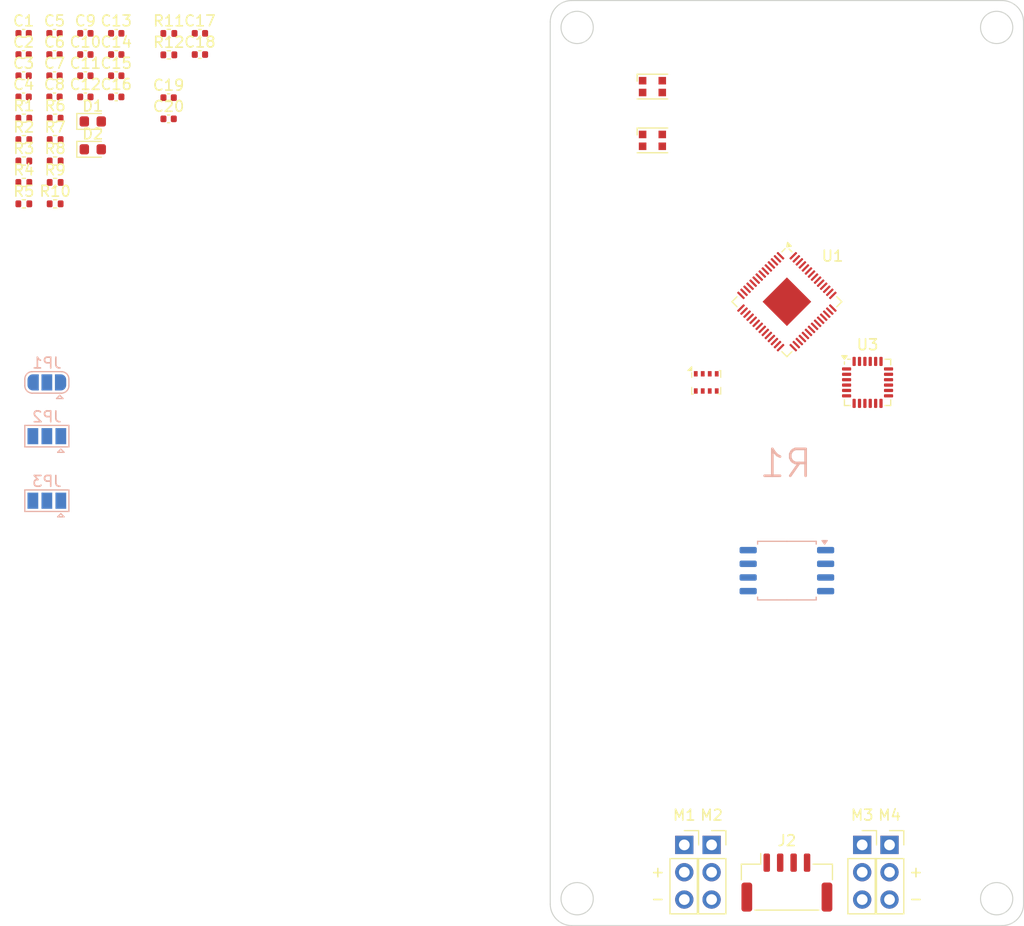
<source format=kicad_pcb>
(kicad_pcb (version 20240108) (generator "pcbnew") (generator_version "8.0")
  (title_block (title "Osprey Flight Computer"))
  (layers (0 "F.Cu" signal) (31 "B.Cu" signal) (34 "B.Paste" user) (35 "F.Paste" user) (36 "B.SilkS" user "B.Silkscreen") (37 "F.SilkS" user "F.Silkscreen") (38 "B.Mask" user) (39 "F.Mask" user) (44 "Edge.Cuts" user))
  (net 0 "")
  (net 1 "Net-(JP1-B)")
  (net 2 "Net-(JP1-A)")
  (net 3 "+3.3V")
  (net 4 "+7.5V")
  (net 5 "Net-(JP2-C)")
  (net 6 "+5V")
  (net 7 "Net-(JP3-C)")
  (net 8 "GND")
  (net 9 "ServoX")
  (net 10 "ServoY")
  (net 11 "ServoA")
  (net 12 "ServoB")
  (net 15 "Net-(C2-Pad1)")
  (net 17 "Net-(U1-USB_DM)")
  (net 18 "/Main Processing Unit/LED_BUILTIN")
  (net 21 "I2C1_SCL")
  (net 22 "/Main Processing Unit/SDIO_CLK")
  (net 23 "/Main Processing Unit/SDIO_DAT0")
  (net 26 "I2C1_SDA")
  (net 28 "+1.1V")
  (net 29 "/Main Processing Unit/RESET")
  (net 32 "Net-(U1-XOUT)")
  (net 34 "/Main Processing Unit/SDIO_CMD")
  (net 37 "/Main Processing Unit/SDIO_DAT1")
  (net 39 "Net-(U1-XIN)")
  (net 41 "Net-(U3-CPOUT)")
  (net 42 "RGB_A")
  (net 45 "Net-(U1-USB_DP)")
  (net 46 "/Main Processing Unit/SDIO_DAT3")
  (net 50 "AVDD")
  (net 53 "/Main Processing Unit/SDIO_DAT2")
  (net 59 "/Main Processing Unit/QSPI-1")
  (net 60 "/Main Processing Unit/QSPI-3")
  (net 61 "/Main Processing Unit/QSPI-CLK")
  (net 62 "/Main Processing Unit/QSPI-0")
  (net 63 "/Main Processing Unit/QSPI-CS")
  (net 64 "/Main Processing Unit/QSPI-2")
  (net 70 "Net-(U3-REGOUT)")
  (net 71 "Net-(D1-K)")
  (net 72 "Net-(D2-K)")
  (net 73 "/Main Processing Unit/USB_P")
  (net 76 "/Main Processing Unit/USB_N")
  (net 77 "Net-(P1-CC)")
  (net 79 "Net-(P1-VCONN)")
  (net 80 "/Main Processing Unit/BOOT")
  (net 87 "IMU_INT")
  (net 89 "IMU_AD0")
  (net 93 "RGB_B")
  (footprint "Connector_PinSocket_2.54mm:PinSocket_1x03_P2.54mm_Vertical" (layer "F.Cu") (at 159.54 135.5)
    (property "Reference" "M4" (at 0 -2.77 0) (layer "F.SilkS"))
    (property "Value" "Servo B" (hide yes))
    (fp_line (start -1.33 1.27) (end -1.33 6.41) (stroke (width 0.12)) (layer "F.SilkS"))
    (fp_line (start -1.33 1.27) (end 1.33 1.27) (stroke (width 0.12)) (layer "F.SilkS"))
    (fp_line (start -1.33 6.41) (end 1.33 6.41) (stroke (width 0.12)) (layer "F.SilkS"))
    (fp_line (start 0 -1.33) (end 1.33 -1.33) (stroke (width 0.12)) (layer "F.SilkS"))
    (fp_line (start 1.33 -1.33) (end 1.33 0) (stroke (width 0.12)) (layer "F.SilkS"))
    (fp_line (start 1.33 1.27) (end 1.33 6.41) (stroke (width 0.12)) (layer "F.SilkS"))
    (pad "1" thru_hole rect (at 0 0) (size 1.7 1.7) (drill 1) (layers "*.Cu" "*.Mask") (net 12 "ServoB"))
    (pad "2" thru_hole oval (at 0 2.54) (size 1.7 1.7) (drill 1) (layers "*.Cu" "*.Mask") (net 7 "Net-(JP3-C)"))
    (pad "3" thru_hole oval (at 0 5.08) (size 1.7 1.7) (drill 1) (layers "*.Cu" "*.Mask") (net 8 "GND"))
  )
  (footprint "Capacitor_SMD:C_0402_1005Metric" (layer "F.Cu") (at 79.04 62.02)
    (property "Reference" "C2" (at 0 -1.16 0) (layer "F.SilkS"))
    (property "Value" "15pF")
    (fp_line (start -0.107836 -0.36) (end 0.107836 -0.36) (stroke (width 0.12)) (layer "F.SilkS"))
    (fp_line (start -0.107836 0.36) (end 0.107836 0.36) (stroke (width 0.12)) (layer "F.SilkS"))
    (pad "1" smd roundrect (at -0.48 0) (size 0.56 0.62) (layers "F.Cu" "F.Paste" "F.Mask") (net 15 "Net-(C2-Pad1)"))
    (pad "2" smd roundrect (at 0.48 0) (size 0.56 0.62) (layers "F.Cu" "F.Paste" "F.Mask") (net 8 "GND"))
  )
  (footprint "Capacitor_SMD:C_0402_1005Metric" (layer "F.Cu") (at 81.91 62.02)
    (property "Reference" "C6" (at 0 -1.16 0) (layer "F.SilkS"))
    (property "Value" "0.1uF")
    (fp_line (start -0.107836 -0.36) (end 0.107836 -0.36) (stroke (width 0.12)) (layer "F.SilkS"))
    (fp_line (start -0.107836 0.36) (end 0.107836 0.36) (stroke (width 0.12)) (layer "F.SilkS"))
    (pad "1" smd roundrect (at -0.48 0) (size 0.56 0.62) (layers "F.Cu" "F.Paste" "F.Mask") (net 3 "+3.3V"))
    (pad "2" smd roundrect (at 0.48 0) (size 0.56 0.62) (layers "F.Cu" "F.Paste" "F.Mask") (net 8 "GND"))
  )
  (footprint "Package_LGA:Bosch_LGA-8_2x2.5mm_P0.65mm_ClockwisePinNumbering" (layer "F.Cu") (at 142.5 92.5)
    (property "Reference" "U4" (hide yes))
    (property "Value" "BMP280" (hide yes))
    (fp_line (start -1.35 -0.46) (end -1.35 -0.9) (stroke (width 0.1)) (layer "F.SilkS"))
    (fp_line (start -1.35 1.1) (end -1.35 0.46) (stroke (width 0.1)) (layer "F.SilkS"))
    (fp_line (start -1.35 1.1) (end -1.200001 1.1) (stroke (width 0.1)) (layer "F.SilkS"))
    (fp_line (start 1.075 1.075) (end 1.225 1.075) (stroke (width 0.1)) (layer "F.SilkS"))
    (fp_line (start 1.200001 -1.1) (end 1.35 -1.1) (stroke (width 0.1)) (layer "F.SilkS"))
    (fp_line (start 1.35 -0.46) (end 1.35 -1.1) (stroke (width 0.1)) (layer "F.SilkS"))
    (fp_line (start 1.35 1.1) (end 1.35 0.46) (stroke (width 0.1)) (layer "F.SilkS"))
    (fp_poly (pts (xy -1.35 -1.1) (xy -1.71 -1.1) (xy -1.35 -1.46) (xy -1.35 -1.1)) (stroke (width 0.1)) (fill solid) (layer "F.SilkS"))
    (pad "1" smd rect (at -0.975001 -0.8 90) (size 0.5 0.35) (layers "F.Cu" "F.Paste" "F.Mask") (net 8 "GND"))
    (pad "2" smd rect (at -0.325 -0.8 90) (size 0.5 0.35) (layers "F.Cu" "F.Paste" "F.Mask"))
    (pad "3" smd rect (at 0.325 -0.8 90) (size 0.5 0.35) (layers "F.Cu" "F.Paste" "F.Mask") (net 26 "I2C1_SDA"))
    (pad "4" smd rect (at 0.975001 -0.8 90) (size 0.5 0.35) (layers "F.Cu" "F.Paste" "F.Mask") (net 21 "I2C1_SCL"))
    (pad "5" smd rect (at 0.975001 0.8 90) (size 0.5 0.35) (layers "F.Cu" "F.Paste" "F.Mask"))
    (pad "6" smd rect (at 0.325 0.8 90) (size 0.5 0.35) (layers "F.Cu" "F.Paste" "F.Mask") (net 3 "+3.3V"))
    (pad "7" smd rect (at -0.325 0.8 90) (size 0.5 0.35) (layers "F.Cu" "F.Paste" "F.Mask") (net 8 "GND"))
    (pad "8" smd rect (at -0.975001 0.8 90) (size 0.5 0.35) (layers "F.Cu" "F.Paste" "F.Mask") (net 3 "+3.3V"))
  )
  (footprint "Capacitor_SMD:C_0402_1005Metric" (layer "F.Cu") (at 84.78 62.02)
    (property "Reference" "C10" (at 0 -1.16 0) (layer "F.SilkS"))
    (property "Value" "0.1uF")
    (fp_line (start -0.107836 -0.36) (end 0.107836 -0.36) (stroke (width 0.12)) (layer "F.SilkS"))
    (fp_line (start -0.107836 0.36) (end 0.107836 0.36) (stroke (width 0.12)) (layer "F.SilkS"))
    (pad "1" smd roundrect (at -0.48 0) (size 0.56 0.62) (layers "F.Cu" "F.Paste" "F.Mask") (net 3 "+3.3V"))
    (pad "2" smd roundrect (at 0.48 0) (size 0.56 0.62) (layers "F.Cu" "F.Paste" "F.Mask") (net 8 "GND"))
  )
  (footprint "Capacitor_SMD:C_0402_1005Metric" (layer "F.Cu") (at 81.91 65.96)
    (property "Reference" "C8" (at 0 -1.16 0) (layer "F.SilkS"))
    (property "Value" "0.1uF")
    (fp_line (start -0.107836 -0.36) (end 0.107836 -0.36) (stroke (width 0.12)) (layer "F.SilkS"))
    (fp_line (start -0.107836 0.36) (end 0.107836 0.36) (stroke (width 0.12)) (layer "F.SilkS"))
    (pad "1" smd roundrect (at -0.48 0) (size 0.56 0.62) (layers "F.Cu" "F.Paste" "F.Mask") (net 3 "+3.3V"))
    (pad "2" smd roundrect (at 0.48 0) (size 0.56 0.62) (layers "F.Cu" "F.Paste" "F.Mask") (net 8 "GND"))
  )
  (footprint "Resistor_SMD:R_0402_1005Metric" (layer "F.Cu") (at 92.54 62.05)
    (property "Reference" "R12" (at 0 -1.17 0) (layer "F.SilkS"))
    (property "Value" "2.2K")
    (fp_line (start -0.153641 -0.38) (end 0.153641 -0.38) (stroke (width 0.12)) (layer "F.SilkS"))
    (fp_line (start -0.153641 0.38) (end 0.153641 0.38) (stroke (width 0.12)) (layer "F.SilkS"))
    (pad "1" smd roundrect (at -0.51 0) (size 0.54 0.64) (layers "F.Cu" "F.Paste" "F.Mask") (net 26 "I2C1_SDA"))
    (pad "2" smd roundrect (at 0.51 0) (size 0.54 0.64) (layers "F.Cu" "F.Paste" "F.Mask") (net 2 "Net-(JP1-A)"))
  )
  (footprint "Resistor_SMD:R_0402_1005Metric" (layer "F.Cu") (at 81.97 67.94)
    (property "Reference" "R6" (at 0 -1.17 0) (layer "F.SilkS"))
    (property "Value" "1K")
    (fp_line (start -0.153641 -0.38) (end 0.153641 -0.38) (stroke (width 0.12)) (layer "F.SilkS"))
    (fp_line (start -0.153641 0.38) (end 0.153641 0.38) (stroke (width 0.12)) (layer "F.SilkS"))
    (pad "1" smd roundrect (at -0.51 0) (size 0.54 0.64) (layers "F.Cu" "F.Paste" "F.Mask") (net 72 "Net-(D2-K)"))
    (pad "2" smd roundrect (at 0.51 0) (size 0.54 0.64) (layers "F.Cu" "F.Paste" "F.Mask") (net 8 "GND"))
  )
  (footprint "Capacitor_SMD:C_0402_1005Metric" (layer "F.Cu") (at 95.43 62.02)
    (property "Reference" "C18" (at 0 -1.16 0) (layer "F.SilkS"))
    (property "Value" "0.1uF")
    (fp_line (start -0.107836 -0.36) (end 0.107836 -0.36) (stroke (width 0.12)) (layer "F.SilkS"))
    (fp_line (start -0.107836 0.36) (end 0.107836 0.36) (stroke (width 0.12)) (layer "F.SilkS"))
    (pad "1" smd roundrect (at -0.48 0) (size 0.56 0.62) (layers "F.Cu" "F.Paste" "F.Mask") (net 3 "+3.3V"))
    (pad "2" smd roundrect (at 0.48 0) (size 0.56 0.62) (layers "F.Cu" "F.Paste" "F.Mask") (net 8 "GND"))
  )
  (footprint "Resistor_SMD:R_0402_1005Metric" (layer "F.Cu") (at 79.06 73.91)
    (property "Reference" "R4" (at 0 -1.17 0) (layer "F.SilkS"))
    (property "Value" "R")
    (fp_line (start -0.153641 -0.38) (end 0.153641 -0.38) (stroke (width 0.12)) (layer "F.SilkS"))
    (fp_line (start -0.153641 0.38) (end 0.153641 0.38) (stroke (width 0.12)) (layer "F.SilkS"))
    (pad "1" smd roundrect (at -0.51 0) (size 0.54 0.64) (layers "F.Cu" "F.Paste" "F.Mask") (net 76 "/Main Processing Unit/USB_N"))
    (pad "2" smd roundrect (at 0.51 0) (size 0.54 0.64) (layers "F.Cu" "F.Paste" "F.Mask") (net 17 "Net-(U1-USB_DM)"))
  )
  (footprint "Capacitor_SMD:C_0402_1005Metric" (layer "F.Cu") (at 84.78 65.96)
    (property "Reference" "C12" (at 0 -1.16 0) (layer "F.SilkS"))
    (property "Value" "0.1uF")
    (fp_line (start -0.107836 -0.36) (end 0.107836 -0.36) (stroke (width 0.12)) (layer "F.SilkS"))
    (fp_line (start -0.107836 0.36) (end 0.107836 0.36) (stroke (width 0.12)) (layer "F.SilkS"))
    (pad "1" smd roundrect (at -0.48 0) (size 0.56 0.62) (layers "F.Cu" "F.Paste" "F.Mask") (net 28 "+1.1V"))
    (pad "2" smd roundrect (at 0.48 0) (size 0.56 0.62) (layers "F.Cu" "F.Paste" "F.Mask") (net 8 "GND"))
  )
  (footprint "LED_SMD:LED_0603_1608Metric" (layer "F.Cu") (at 85.47 70.83)
    (property "Reference" "D2" (at 0 -1.43 0) (layer "F.SilkS"))
    (property "Value" "Green")
    (fp_line (start -1.485 -0.735) (end -1.485 0.735) (stroke (width 0.12)) (layer "F.SilkS"))
    (fp_line (start -1.485 0.735) (end 0.8 0.735) (stroke (width 0.12)) (layer "F.SilkS"))
    (fp_line (start 0.8 -0.735) (end -1.485 -0.735) (stroke (width 0.12)) (layer "F.SilkS"))
    (pad "1" smd roundrect (at -0.7875 0) (size 0.875 0.95) (layers "F.Cu" "F.Paste" "F.Mask") (net 72 "Net-(D2-K)"))
    (pad "2" smd roundrect (at 0.7875 0) (size 0.875 0.95) (layers "F.Cu" "F.Paste" "F.Mask") (net 3 "+3.3V"))
  )
  (footprint "Connector_PinSocket_2.54mm:PinSocket_1x03_P2.54mm_Vertical" (layer "F.Cu") (at 143 135.5)
    (property "Reference" "M2" (at 0 -2.77 0) (layer "F.SilkS"))
    (property "Value" "Servo Y" (hide yes))
    (fp_line (start -1.33 1.27) (end -1.33 6.41) (stroke (width 0.12)) (layer "F.SilkS"))
    (fp_line (start -1.33 1.27) (end 1.33 1.27) (stroke (width 0.12)) (layer "F.SilkS"))
    (fp_line (start -1.33 6.41) (end 1.33 6.41) (stroke (width 0.12)) (layer "F.SilkS"))
    (fp_line (start 0 -1.33) (end 1.33 -1.33) (stroke (width 0.12)) (layer "F.SilkS"))
    (fp_line (start 1.33 -1.33) (end 1.33 0) (stroke (width 0.12)) (layer "F.SilkS"))
    (fp_line (start 1.33 1.27) (end 1.33 6.41) (stroke (width 0.12)) (layer "F.SilkS"))
    (pad "1" thru_hole rect (at 0 0) (size 1.7 1.7) (drill 1) (layers "*.Cu" "*.Mask") (net 10 "ServoY"))
    (pad "2" thru_hole oval (at 0 2.54) (size 1.7 1.7) (drill 1) (layers "*.Cu" "*.Mask") (net 5 "Net-(JP2-C)"))
    (pad "3" thru_hole oval (at 0 5.08) (size 1.7 1.7) (drill 1) (layers "*.Cu" "*.Mask") (net 8 "GND"))
  )
  (footprint "LED_SMD:LED_WS2812B-2020_PLCC4_2.0x2.0mm" (layer "F.Cu") (at 137.5 65)
    (property "Reference" "D3" (hide yes))
    (property "Value" "WS2812B-A" (hide yes))
    (fp_line (start -1.42 -1.15) (end -1.42 -0.5) (stroke (width 0.12)) (layer "F.SilkS"))
    (fp_line (start -1.42 -1.15) (end 1.42 -1.15) (stroke (width 0.12)) (layer "F.SilkS"))
    (fp_line (start -1.42 1.15) (end 1.42 1.15) (stroke (width 0.12)) (layer "F.SilkS"))
    (pad "1" smd rect (at -0.915 -0.55) (size 0.7 0.7) (layers "F.Cu" "F.Paste" "F.Mask"))
    (pad "2" smd rect (at -0.915 0.55) (size 0.7 0.7) (layers "F.Cu" "F.Paste" "F.Mask") (net 8 "GND"))
    (pad "3" smd rect (at 0.915 0.55) (size 0.7 0.7) (layers "F.Cu" "F.Paste" "F.Mask") (net 42 "RGB_A"))
    (pad "4" smd rect (at 0.915 -0.55) (size 0.7 0.7) (layers "F.Cu" "F.Paste" "F.Mask") (net 3 "+3.3V"))
  )
  (footprint "Capacitor_SMD:C_0402_1005Metric" (layer "F.Cu") (at 84.78 63.99)
    (property "Reference" "C11" (at 0 -1.16 0) (layer "F.SilkS"))
    (property "Value" "0.1uF")
    (fp_line (start -0.107836 -0.36) (end 0.107836 -0.36) (stroke (width 0.12)) (layer "F.SilkS"))
    (fp_line (start -0.107836 0.36) (end 0.107836 0.36) (stroke (width 0.12)) (layer "F.SilkS"))
    (pad "1" smd roundrect (at -0.48 0) (size 0.56 0.62) (layers "F.Cu" "F.Paste" "F.Mask") (net 28 "+1.1V"))
    (pad "2" smd roundrect (at 0.48 0) (size 0.56 0.62) (layers "F.Cu" "F.Paste" "F.Mask") (net 8 "GND"))
  )
  (footprint "Capacitor_SMD:C_0402_1005Metric" (layer "F.Cu") (at 79.04 65.96)
    (property "Reference" "C4" (at 0 -1.16 0) (layer "F.SilkS"))
    (property "Value" "0.1uF")
    (fp_line (start -0.107836 -0.36) (end 0.107836 -0.36) (stroke (width 0.12)) (layer "F.SilkS"))
    (fp_line (start -0.107836 0.36) (end 0.107836 0.36) (stroke (width 0.12)) (layer "F.SilkS"))
    (pad "1" smd roundrect (at -0.48 0) (size 0.56 0.62) (layers "F.Cu" "F.Paste" "F.Mask") (net 3 "+3.3V"))
    (pad "2" smd roundrect (at 0.48 0) (size 0.56 0.62) (layers "F.Cu" "F.Paste" "F.Mask") (net 8 "GND"))
  )
  (footprint "Capacitor_SMD:C_0402_1005Metric" (layer "F.Cu") (at 79.04 63.99)
    (property "Reference" "C3" (at 0 -1.16 0) (layer "F.SilkS"))
    (property "Value" "2.2uF")
    (fp_line (start -0.107836 -0.36) (end 0.107836 -0.36) (stroke (width 0.12)) (layer "F.SilkS"))
    (fp_line (start -0.107836 0.36) (end 0.107836 0.36) (stroke (width 0.12)) (layer "F.SilkS"))
    (pad "1" smd roundrect (at -0.48 0) (size 0.56 0.62) (layers "F.Cu" "F.Paste" "F.Mask") (net 50 "AVDD"))
    (pad "2" smd roundrect (at 0.48 0) (size 0.56 0.62) (layers "F.Cu" "F.Paste" "F.Mask") (net 8 "GND"))
  )
  (footprint "Capacitor_SMD:C_0402_1005Metric" (layer "F.Cu") (at 92.52 66.03)
    (property "Reference" "C19" (at 0 -1.16 0) (layer "F.SilkS"))
    (property "Value" "0.1uF")
    (fp_line (start -0.107836 -0.36) (end 0.107836 -0.36) (stroke (width 0.12)) (layer "F.SilkS"))
    (fp_line (start -0.107836 0.36) (end 0.107836 0.36) (stroke (width 0.12)) (layer "F.SilkS"))
    (pad "1" smd roundrect (at -0.48 0) (size 0.56 0.62) (layers "F.Cu" "F.Paste" "F.Mask") (net 8 "GND"))
    (pad "2" smd roundrect (at 0.48 0) (size 0.56 0.62) (layers "F.Cu" "F.Paste" "F.Mask") (net 41 "Net-(U3-CPOUT)"))
  )
  (footprint "LED_SMD:LED_WS2812B-2020_PLCC4_2.0x2.0mm" (layer "F.Cu") (at 137.5 70)
    (property "Reference" "D4" (hide yes))
    (property "Value" "WS2812B-B" (hide yes))
    (fp_line (start -1.42 -1.15) (end -1.42 -0.5) (stroke (width 0.12)) (layer "F.SilkS"))
    (fp_line (start -1.42 -1.15) (end 1.42 -1.15) (stroke (width 0.12)) (layer "F.SilkS"))
    (fp_line (start -1.42 1.15) (end 1.42 1.15) (stroke (width 0.12)) (layer "F.SilkS"))
    (pad "1" smd rect (at -0.915 -0.55) (size 0.7 0.7) (layers "F.Cu" "F.Paste" "F.Mask"))
    (pad "2" smd rect (at -0.915 0.55) (size 0.7 0.7) (layers "F.Cu" "F.Paste" "F.Mask") (net 8 "GND"))
    (pad "3" smd rect (at 0.915 0.55) (size 0.7 0.7) (layers "F.Cu" "F.Paste" "F.Mask") (net 93 "RGB_B"))
    (pad "4" smd rect (at 0.915 -0.55) (size 0.7 0.7) (layers "F.Cu" "F.Paste" "F.Mask") (net 3 "+3.3V"))
  )
  (footprint "Package_DFN_QFN:QFN-56-1EP_7x7mm_P0.4mm_EP3.2x3.2mm" (layer "F.Cu") (at 150 85 -45)
    (property "Reference" "U1" (at 0 -6 180) (layer "F.SilkS"))
    (property "Value" "RP2040" (hide yes))
    (fp_line (start -3.61 3.61) (end -3.61 2.960001) (stroke (width 0.12)) (layer "F.SilkS"))
    (fp_line (start -2.960001 3.61) (end -3.61 3.61) (stroke (width 0.12)) (layer "F.SilkS"))
    (fp_line (start -3.61 -2.960001) (end -3.61 -3.37) (stroke (width 0.12)) (layer "F.SilkS"))
    (fp_line (start 2.960001 3.61) (end 3.61 3.61) (stroke (width 0.12)) (layer "F.SilkS"))
    (fp_line (start 3.61 3.61) (end 3.61 2.960001) (stroke (width 0.12)) (layer "F.SilkS"))
    (fp_line (start -2.960001 -3.61) (end -3.31 -3.61) (stroke (width 0.12)) (layer "F.SilkS"))
    (fp_line (start 2.960001 -3.61) (end 3.61 -3.61) (stroke (width 0.12)) (layer "F.SilkS"))
    (fp_line (start 3.61 -3.61) (end 3.61 -2.960001) (stroke (width 0.12)) (layer "F.SilkS"))
    (fp_poly (pts (xy -3.61 -3.61) (xy -3.85 -3.94) (xy -3.37 -3.94) (xy -3.61 -3.61)) (stroke (width 0.12)) (fill solid) (layer "F.SilkS"))
    (pad "1" smd roundrect (at -3.4375 -2.6 315) (size 0.875 0.2) (layers "F.Cu" "F.Paste" "F.Mask") (net 3 "+3.3V"))
    (pad "2" smd roundrect (at -3.4375 -2.199999 315) (size 0.875 0.2) (layers "F.Cu" "F.Paste" "F.Mask") (net 89 "IMU_AD0"))
    (pad "3" smd roundrect (at -3.4375 -1.8 315) (size 0.875 0.2) (layers "F.Cu" "F.Paste" "F.Mask") (net 87 "IMU_INT"))
    (pad "4" smd roundrect (at -3.4375 -1.4 315) (size 0.875 0.2) (layers "F.Cu" "F.Paste" "F.Mask"))
    (pad "5" smd roundrect (at -3.4375 -1 315) (size 0.875 0.2) (layers "F.Cu" "F.Paste" "F.Mask"))
    (pad "6" smd roundrect (at -3.4375 -0.600001 315) (size 0.875 0.2) (layers "F.Cu" "F.Paste" "F.Mask") (net 42 "RGB_A"))
    (pad "7" smd roundrect (at -3.4375 -0.2 315) (size 0.875 0.2) (layers "F.Cu" "F.Paste" "F.Mask") (net 93 "RGB_B"))
    (pad "8" smd roundrect (at -3.4375 0.2 315) (size 0.875 0.2) (layers "F.Cu" "F.Paste" "F.Mask") (net 26 "I2C1_SDA"))
    (pad "9" smd roundrect (at -3.4375 0.600001 315) (size 0.875 0.2) (layers "F.Cu" "F.Paste" "F.Mask") (net 21 "I2C1_SCL"))
    (pad "10" smd roundrect (at -3.4375 1 315) (size 0.875 0.2) (layers "F.Cu" "F.Paste" "F.Mask") (net 3 "+3.3V"))
    (pad "11" smd roundrect (at -3.4375 1.4 315) (size 0.875 0.2) (layers "F.Cu" "F.Paste" "F.Mask"))
    (pad "12" smd roundrect (at -3.4375 1.8 315) (size 0.875 0.2) (layers "F.Cu" "F.Paste" "F.Mask") (net 46 "/Main Processing Unit/SDIO_DAT3"))
    (pad "13" smd roundrect (at -3.4375 2.199999 315) (size 0.875 0.2) (layers "F.Cu" "F.Paste" "F.Mask") (net 53 "/Main Processing Unit/SDIO_DAT2"))
    (pad "14" smd roundrect (at -3.4375 2.6 315) (size 0.875 0.2) (layers "F.Cu" "F.Paste" "F.Mask") (net 37 "/Main Processing Unit/SDIO_DAT1"))
    (pad "15" smd roundrect (at -2.6 3.4375 315) (size 0.2 0.875) (layers "F.Cu" "F.Paste" "F.Mask") (net 23 "/Main Processing Unit/SDIO_DAT0"))
    (pad "16" smd roundrect (at -2.199999 3.4375 315) (size 0.2 0.875) (layers "F.Cu" "F.Paste" "F.Mask"))
    (pad "17" smd roundrect (at -1.8 3.4375 315) (size 0.2 0.875) (layers "F.Cu" "F.Paste" "F.Mask") (net 22 "/Main Processing Unit/SDIO_CLK"))
    (pad "18" smd roundrect (at -1.4 3.4375 315) (size 0.2 0.875) (layers "F.Cu" "F.Paste" "F.Mask") (net 34 "/Main Processing Unit/SDIO_CMD"))
    (pad "19" smd roundrect (at -1 3.4375 315) (size 0.2 0.875) (layers "F.Cu" "F.Paste" "F.Mask"))
    (pad "20" smd roundrect (at -0.600001 3.4375 315) (size 0.2 0.875) (layers "F.Cu" "F.Paste" "F.Mask") (net 39 "Net-(U1-XIN)"))
    (pad "21" smd roundrect (at -0.2 3.4375 315) (size 0.2 0.875) (layers "F.Cu" "F.Paste" "F.Mask") (net 32 "Net-(U1-XOUT)"))
    (pad "22" smd roundrect (at 0.2 3.4375 315) (size 0.2 0.875) (layers "F.Cu" "F.Paste" "F.Mask") (net 3 "+3.3V"))
    (pad "23" smd roundrect (at 0.600001 3.4375 315) (size 0.2 0.875) (layers "F.Cu" "F.Paste" "F.Mask") (net 28 "+1.1V"))
    (pad "24" smd roundrect (at 1 3.4375 315) (size 0.2 0.875) (layers "F.Cu" "F.Paste" "F.Mask"))
    (pad "25" smd roundrect (at 1.4 3.4375 315) (size 0.2 0.875) (layers "F.Cu" "F.Paste" "F.Mask"))
    (pad "26" smd roundrect (at 1.8 3.4375 315) (size 0.2 0.875) (layers "F.Cu" "F.Paste" "F.Mask") (net 29 "/Main Processing Unit/RESET"))
    (pad "27" smd roundrect (at 2.199999 3.4375 315) (size 0.2 0.875) (layers "F.Cu" "F.Paste" "F.Mask"))
    (pad "28" smd roundrect (at 2.6 3.4375 315) (size 0.2 0.875) (layers "F.Cu" "F.Paste" "F.Mask"))
    (pad "29" smd roundrect (at 3.4375 2.6 315) (size 0.875 0.2) (layers "F.Cu" "F.Paste" "F.Mask"))
    (pad "30" smd roundrect (at 3.4375 2.199999 315) (size 0.875 0.2) (layers "F.Cu" "F.Paste" "F.Mask"))
    (pad "31" smd roundrect (at 3.4375 1.8 315) (size 0.875 0.2) (layers "F.Cu" "F.Paste" "F.Mask"))
    (pad "32" smd roundrect (at 3.4375 1.4 315) (size 0.875 0.2) (layers "F.Cu" "F.Paste" "F.Mask"))
    (pad "33" smd roundrect (at 3.4375 1 315) (size 0.875 0.2) (layers "F.Cu" "F.Paste" "F.Mask") (net 3 "+3.3V"))
    (pad "34" smd roundrect (at 3.4375 0.600001 315) (size 0.875 0.2) (layers "F.Cu" "F.Paste" "F.Mask"))
    (pad "35" smd roundrect (at 3.4375 0.2 315) (size 0.875 0.2) (layers "F.Cu" "F.Paste" "F.Mask"))
    (pad "36" smd roundrect (at 3.4375 -0.2 315) (size 0.875 0.2) (layers "F.Cu" "F.Paste" "F.Mask"))
    (pad "37" smd roundrect (at 3.4375 -0.600001 315) (size 0.875 0.2) (layers "F.Cu" "F.Paste" "F.Mask") (net 18 "/Main Processing Unit/LED_BUILTIN"))
    (pad "38" smd roundrect (at 3.4375 -1 315) (size 0.875 0.2) (layers "F.Cu" "F.Paste" "F.Mask"))
    (pad "39" smd roundrect (at 3.4375 -1.4 315) (size 0.875 0.2) (layers "F.Cu" "F.Paste" "F.Mask"))
    (pad "40" smd roundrect (at 3.4375 -1.8 315) (size 0.875 0.2) (layers "F.Cu" "F.Paste" "F.Mask"))
    (pad "41" smd roundrect (at 3.4375 -2.199999 315) (size 0.875 0.2) (layers "F.Cu" "F.Paste" "F.Mask"))
    (pad "42" smd roundrect (at 3.4375 -2.6 315) (size 0.875 0.2) (layers "F.Cu" "F.Paste" "F.Mask") (net 3 "+3.3V"))
    (pad "43" smd roundrect (at 2.6 -3.4375 315) (size 0.2 0.875) (layers "F.Cu" "F.Paste" "F.Mask") (net 50 "AVDD"))
    (pad "44" smd roundrect (at 2.199999 -3.4375 315) (size 0.2 0.875) (layers "F.Cu" "F.Paste" "F.Mask") (net 3 "+3.3V"))
    (pad "45" smd roundrect (at 1.8 -3.4375 315) (size 0.2 0.875) (layers "F.Cu" "F.Paste" "F.Mask") (net 28 "+1.1V"))
    (pad "46" smd roundrect (at 1.4 -3.4375 315) (size 0.2 0.875) (layers "F.Cu" "F.Paste" "F.Mask") (net 17 "Net-(U1-USB_DM)"))
    (pad "47" smd roundrect (at 1 -3.4375 315) (size 0.2 0.875) (layers "F.Cu" "F.Paste" "F.Mask") (net 45 "Net-(U1-USB_DP)"))
    (pad "48" smd roundrect (at 0.600001 -3.4375 315) (size 0.2 0.875) (layers "F.Cu" "F.Paste" "F.Mask") (net 3 "+3.3V"))
    (pad "49" smd roundrect (at 0.2 -3.4375 315) (size 0.2 0.875) (layers "F.Cu" "F.Paste" "F.Mask") (net 3 "+3.3V"))
    (pad "50" smd roundrect (at -0.2 -3.4375 315) (size 0.2 0.875) (layers "F.Cu" "F.Paste" "F.Mask") (net 28 "+1.1V"))
    (pad "51" smd roundrect (at -0.600001 -3.4375 315) (size 0.2 0.875) (layers "F.Cu" "F.Paste" "F.Mask"))
    (pad "52" smd roundrect (at -1 -3.4375 315) (size 0.2 0.875) (layers "F.Cu" "F.Paste" "F.Mask"))
    (pad "53" smd roundrect (at -1.4 -3.4375 315) (size 0.2 0.875) (layers "F.Cu" "F.Paste" "F.Mask"))
    (pad "54" smd roundrect (at -1.8 -3.4375 315) (size 0.2 0.875) (layers "F.Cu" "F.Paste" "F.Mask"))
    (pad "55" smd roundrect (at -2.199999 -3.4375 315) (size 0.2 0.875) (layers "F.Cu" "F.Paste" "F.Mask"))
    (pad "56" smd roundrect (at -2.6 -3.4375 315) (size 0.2 0.875) (layers "F.Cu" "F.Paste" "F.Mask"))
    (pad "57" smd rect (at 0 0 315) (size 3.2 3.2) (property pad_prop_heatsink) (layers "F.Cu" "F.Mask") (net 8 "GND"))
  )
  (footprint "Connector_PinSocket_2.54mm:PinSocket_1x03_P2.54mm_Vertical" (layer "F.Cu") (at 157 135.5)
    (property "Reference" "M3" (at 0 -2.77 0) (layer "F.SilkS"))
    (property "Value" "Servo A" (hide yes))
    (fp_line (start -1.33 1.27) (end -1.33 6.41) (stroke (width 0.12)) (layer "F.SilkS"))
    (fp_line (start -1.33 1.27) (end 1.33 1.27) (stroke (width 0.12)) (layer "F.SilkS"))
    (fp_line (start -1.33 6.41) (end 1.33 6.41) (stroke (width 0.12)) (layer "F.SilkS"))
    (fp_line (start 0 -1.33) (end 1.33 -1.33) (stroke (width 0.12)) (layer "F.SilkS"))
    (fp_line (start 1.33 -1.33) (end 1.33 0) (stroke (width 0.12)) (layer "F.SilkS"))
    (fp_line (start 1.33 1.27) (end 1.33 6.41) (stroke (width 0.12)) (layer "F.SilkS"))
    (pad "1" thru_hole rect (at 0 0) (size 1.7 1.7) (drill 1) (layers "*.Cu" "*.Mask") (net 11 "ServoA"))
    (pad "2" thru_hole oval (at 0 2.54) (size 1.7 1.7) (drill 1) (layers "*.Cu" "*.Mask") (net 7 "Net-(JP3-C)"))
    (pad "3" thru_hole oval (at 0 5.08) (size 1.7 1.7) (drill 1) (layers "*.Cu" "*.Mask") (net 8 "GND"))
  )
  (footprint "Resistor_SMD:R_0402_1005Metric" (layer "F.Cu") (at 79.06 67.94)
    (property "Reference" "R1" (at 0 -1.17 0) (layer "F.SilkS"))
    (property "Value" "1K")
    (fp_line (start -0.153641 -0.38) (end 0.153641 -0.38) (stroke (width 0.12)) (layer "F.SilkS"))
    (fp_line (start -0.153641 0.38) (end 0.153641 0.38) (stroke (width 0.12)) (layer "F.SilkS"))
    (pad "1" smd roundrect (at -0.51 0) (size 0.54 0.64) (layers "F.Cu" "F.Paste" "F.Mask") (net 15 "Net-(C2-Pad1)"))
    (pad "2" smd roundrect (at 0.51 0) (size 0.54 0.64) (layers "F.Cu" "F.Paste" "F.Mask") (net 32 "Net-(U1-XOUT)"))
  )
  (footprint "Capacitor_SMD:C_0402_1005Metric" (layer "F.Cu") (at 81.91 63.99)
    (property "Reference" "C7" (at 0 -1.16 0) (layer "F.SilkS"))
    (property "Value" "0.1uF")
    (fp_line (start -0.107836 -0.36) (end 0.107836 -0.36) (stroke (width 0.12)) (layer "F.SilkS"))
    (fp_line (start -0.107836 0.36) (end 0.107836 0.36) (stroke (width 0.12)) (layer "F.SilkS"))
    (pad "1" smd roundrect (at -0.48 0) (size 0.56 0.62) (layers "F.Cu" "F.Paste" "F.Mask") (net 3 "+3.3V"))
    (pad "2" smd roundrect (at 0.48 0) (size 0.56 0.62) (layers "F.Cu" "F.Paste" "F.Mask") (net 8 "GND"))
  )
  (footprint "Connector_JST:JST_GH_SM04B-GHS-TB_1x04-1MP_P1.25mm_Horizontal" (layer "F.Cu") (at 150 139)
    (property "Reference" "J2" (at 0 -3.9 0) (layer "F.SilkS"))
    (property "Value" "I2C JST" (hide yes))
    (fp_line (start -4.235 -1.71) (end -2.435 -1.71) (stroke (width 0.12)) (layer "F.SilkS"))
    (fp_line (start -4.235 -0.26) (end -4.235 -1.71) (stroke (width 0.12)) (layer "F.SilkS"))
    (fp_line (start -2.965 2.56) (end 2.965 2.56) (stroke (width 0.12)) (layer "F.SilkS"))
    (fp_line (start -2.435 -1.71) (end -2.435 -2.7) (stroke (width 0.12)) (layer "F.SilkS"))
    (fp_line (start 4.235 -1.71) (end 2.435 -1.71) (stroke (width 0.12)) (layer "F.SilkS"))
    (fp_line (start 4.235 -0.26) (end 4.235 -1.71) (stroke (width 0.12)) (layer "F.SilkS"))
    (pad "1" smd roundrect (at -1.875 -1.85) (size 0.6 1.7) (layers "F.Cu" "F.Paste" "F.Mask") (net 8 "GND"))
    (pad "2" smd roundrect (at -0.625 -1.85) (size 0.6 1.7) (layers "F.Cu" "F.Paste" "F.Mask") (net 3 "+3.3V"))
    (pad "3" smd roundrect (at 0.625 -1.85) (size 0.6 1.7) (layers "F.Cu" "F.Paste" "F.Mask") (net 26 "I2C1_SDA"))
    (pad "4" smd roundrect (at 1.875 -1.85) (size 0.6 1.7) (layers "F.Cu" "F.Paste" "F.Mask") (net 21 "I2C1_SCL"))
    (pad "MP" smd roundrect (at -3.725 1.35) (size 1 2.7) (layers "F.Cu" "F.Paste" "F.Mask"))
    (pad "MP" smd roundrect (at 3.725 1.35) (size 1 2.7) (layers "F.Cu" "F.Paste" "F.Mask"))
  )
  (footprint "Connector_PinSocket_2.54mm:PinSocket_1x03_P2.54mm_Vertical" (layer "F.Cu") (at 140.46 135.5)
    (property "Reference" "M1" (at 0 -2.77 0) (layer "F.SilkS"))
    (property "Value" "Servo X" (hide yes))
    (fp_line (start -1.33 1.27) (end -1.33 6.41) (stroke (width 0.12)) (layer "F.SilkS"))
    (fp_line (start -1.33 1.27) (end 1.33 1.27) (stroke (width 0.12)) (layer "F.SilkS"))
    (fp_line (start -1.33 6.41) (end 1.33 6.41) (stroke (width 0.12)) (layer "F.SilkS"))
    (fp_line (start 0 -1.33) (end 1.33 -1.33) (stroke (width 0.12)) (layer "F.SilkS"))
    (fp_line (start 1.33 -1.33) (end 1.33 0) (stroke (width 0.12)) (layer "F.SilkS"))
    (fp_line (start 1.33 1.27) (end 1.33 6.41) (stroke (width 0.12)) (layer "F.SilkS"))
    (pad "1" thru_hole rect (at 0 0) (size 1.7 1.7) (drill 1) (layers "*.Cu" "*.Mask") (net 9 "ServoX"))
    (pad "2" thru_hole oval (at 0 2.54) (size 1.7 1.7) (drill 1) (layers "*.Cu" "*.Mask") (net 5 "Net-(JP2-C)"))
    (pad "3" thru_hole oval (at 0 5.08) (size 1.7 1.7) (drill 1) (layers "*.Cu" "*.Mask") (net 8 "GND"))
  )
  (footprint "Resistor_SMD:R_0402_1005Metric" (layer "F.Cu") (at 79.06 75.9)
    (property "Reference" "R5" (at 0 -1.17 0) (layer "F.SilkS"))
    (property "Value" "1K")
    (fp_line (start -0.153641 -0.38) (end 0.153641 -0.38) (stroke (width 0.12)) (layer "F.SilkS"))
    (fp_line (start -0.153641 0.38) (end 0.153641 0.38) (stroke (width 0.12)) (layer "F.SilkS"))
    (pad "1" smd roundrect (at -0.51 0) (size 0.54 0.64) (layers "F.Cu" "F.Paste" "F.Mask") (net 71 "Net-(D1-K)"))
    (pad "2" smd roundrect (at 0.51 0) (size 0.54 0.64) (layers "F.Cu" "F.Paste" "F.Mask") (net 8 "GND"))
  )
  (footprint "Capacitor_SMD:C_0402_1005Metric" (layer "F.Cu") (at 87.65 60.05)
    (property "Reference" "C13" (at 0 -1.16 0) (layer "F.SilkS"))
    (property "Value" "0.1uF")
    (fp_line (start -0.107836 -0.36) (end 0.107836 -0.36) (stroke (width 0.12)) (layer "F.SilkS"))
    (fp_line (start -0.107836 0.36) (end 0.107836 0.36) (stroke (width 0.12)) (layer "F.SilkS"))
    (pad "1" smd roundrect (at -0.48 0) (size 0.56 0.62) (layers "F.Cu" "F.Paste" "F.Mask") (net 28 "+1.1V"))
    (pad "2" smd roundrect (at 0.48 0) (size 0.56 0.62) (layers "F.Cu" "F.Paste" "F.Mask") (net 8 "GND"))
  )
  (footprint "Capacitor_SMD:C_0402_1005Metric" (layer "F.Cu") (at 84.78 60.05)
    (property "Reference" "C9" (at 0 -1.16 0) (layer "F.SilkS"))
    (property "Value" "0.1uF")
    (fp_line (start -0.107836 -0.36) (end 0.107836 -0.36) (stroke (width 0.12)) (layer "F.SilkS"))
    (fp_line (start -0.107836 0.36) (end 0.107836 0.36) (stroke (width 0.12)) (layer "F.SilkS"))
    (pad "1" smd roundrect (at -0.48 0) (size 0.56 0.62) (layers "F.Cu" "F.Paste" "F.Mask") (net 3 "+3.3V"))
    (pad "2" smd roundrect (at 0.48 0) (size 0.56 0.62) (layers "F.Cu" "F.Paste" "F.Mask") (net 8 "GND"))
  )
  (footprint "Resistor_SMD:R_0402_1005Metric" (layer "F.Cu") (at 79.06 71.92)
    (property "Reference" "R3" (at 0 -1.17 0) (layer "F.SilkS"))
    (property "Value" "R")
    (fp_line (start -0.153641 -0.38) (end 0.153641 -0.38) (stroke (width 0.12)) (layer "F.SilkS"))
    (fp_line (start -0.153641 0.38) (end 0.153641 0.38) (stroke (width 0.12)) (layer "F.SilkS"))
    (pad "1" smd roundrect (at -0.51 0) (size 0.54 0.64) (layers "F.Cu" "F.Paste" "F.Mask") (net 73 "/Main Processing Unit/USB_P"))
    (pad "2" smd roundrect (at 0.51 0) (size 0.54 0.64) (layers "F.Cu" "F.Paste" "F.Mask") (net 45 "Net-(U1-USB_DP)"))
  )
  (footprint "Resistor_SMD:R_0402_1005Metric" (layer "F.Cu") (at 81.97 75.9)
    (property "Reference" "R10" (at 0 -1.17 0) (layer "F.SilkS"))
    (property "Value" "1K")
    (fp_line (start -0.153641 -0.38) (end 0.153641 -0.38) (stroke (width 0.12)) (layer "F.SilkS"))
    (fp_line (start -0.153641 0.38) (end 0.153641 0.38) (stroke (width 0.12)) (layer "F.SilkS"))
    (pad "1" smd roundrect (at -0.51 0) (size 0.54 0.64) (layers "F.Cu" "F.Paste" "F.Mask") (net 80 "/Main Processing Unit/BOOT"))
    (pad "2" smd roundrect (at 0.51 0) (size 0.54 0.64) (layers "F.Cu" "F.Paste" "F.Mask") (net 63 "/Main Processing Unit/QSPI-CS"))
  )
  (footprint "Resistor_SMD:R_0402_1005Metric" (layer "F.Cu") (at 81.97 73.91)
    (property "Reference" "R9" (at 0 -1.17 0) (layer "F.SilkS"))
    (property "Value" "10K")
    (fp_line (start -0.153641 -0.38) (end 0.153641 -0.38) (stroke (width 0.12)) (layer "F.SilkS"))
    (fp_line (start -0.153641 0.38) (end 0.153641 0.38) (stroke (width 0.12)) (layer "F.SilkS"))
    (pad "1" smd roundrect (at -0.51 0) (size 0.54 0.64) (layers "F.Cu" "F.Paste" "F.Mask") (net 3 "+3.3V"))
    (pad "2" smd roundrect (at 0.51 0) (size 0.54 0.64) (layers "F.Cu" "F.Paste" "F.Mask") (net 63 "/Main Processing Unit/QSPI-CS"))
  )
  (footprint "Capacitor_SMD:C_0402_1005Metric" (layer "F.Cu") (at 87.65 65.96)
    (property "Reference" "C16" (at 0 -1.16 0) (layer "F.SilkS"))
    (property "Value" "0.1uF")
    (fp_line (start -0.107836 -0.36) (end 0.107836 -0.36) (stroke (width 0.12)) (layer "F.SilkS"))
    (fp_line (start -0.107836 0.36) (end 0.107836 0.36) (stroke (width 0.12)) (layer "F.SilkS"))
    (pad "1" smd roundrect (at -0.48 0) (size 0.56 0.62) (layers "F.Cu" "F.Paste" "F.Mask") (net 3 "+3.3V"))
    (pad "2" smd roundrect (at 0.48 0) (size 0.56 0.62) (layers "F.Cu" "F.Paste" "F.Mask") (net 8 "GND"))
  )
  (footprint "Capacitor_SMD:C_0402_1005Metric" (layer "F.Cu") (at 87.65 63.99)
    (property "Reference" "C15" (at 0 -1.16 0) (layer "F.SilkS"))
    (property "Value" "2.2uF")
    (fp_line (start -0.107836 -0.36) (end 0.107836 -0.36) (stroke (width 0.12)) (layer "F.SilkS"))
    (fp_line (start -0.107836 0.36) (end 0.107836 0.36) (stroke (width 0.12)) (layer "F.SilkS"))
    (pad "1" smd roundrect (at -0.48 0) (size 0.56 0.62) (layers "F.Cu" "F.Paste" "F.Mask") (net 3 "+3.3V"))
    (pad "2" smd roundrect (at 0.48 0) (size 0.56 0.62) (layers "F.Cu" "F.Paste" "F.Mask") (net 8 "GND"))
  )
  (footprint "Resistor_SMD:R_0402_1005Metric" (layer "F.Cu") (at 92.54 60.06)
    (property "Reference" "R11" (at 0 -1.17 0) (layer "F.SilkS"))
    (property "Value" "2.2K")
    (fp_line (start -0.153641 -0.38) (end 0.153641 -0.38) (stroke (width 0.12)) (layer "F.SilkS"))
    (fp_line (start -0.153641 0.38) (end 0.153641 0.38) (stroke (width 0.12)) (layer "F.SilkS"))
    (pad "1" smd roundrect (at -0.51 0) (size 0.54 0.64) (layers "F.Cu" "F.Paste" "F.Mask") (net 21 "I2C1_SCL"))
    (pad "2" smd roundrect (at 0.51 0) (size 0.54 0.64) (layers "F.Cu" "F.Paste" "F.Mask") (net 1 "Net-(JP1-B)"))
  )
  (footprint "Capacitor_SMD:C_0402_1005Metric" (layer "F.Cu") (at 81.91 60.05)
    (property "Reference" "C5" (at 0 -1.16 0) (layer "F.SilkS"))
    (property "Value" "0.1uF")
    (fp_line (start -0.107836 -0.36) (end 0.107836 -0.36) (stroke (width 0.12)) (layer "F.SilkS"))
    (fp_line (start -0.107836 0.36) (end 0.107836 0.36) (stroke (width 0.12)) (layer "F.SilkS"))
    (pad "1" smd roundrect (at -0.48 0) (size 0.56 0.62) (layers "F.Cu" "F.Paste" "F.Mask") (net 3 "+3.3V"))
    (pad "2" smd roundrect (at 0.48 0) (size 0.56 0.62) (layers "F.Cu" "F.Paste" "F.Mask") (net 8 "GND"))
  )
  (footprint "LED_SMD:LED_0603_1608Metric" (layer "F.Cu") (at 85.47 68.24)
    (property "Reference" "D1" (at 0 -1.43 0) (layer "F.SilkS"))
    (property "Value" "Blue")
    (fp_line (start -1.485 -0.735) (end -1.485 0.735) (stroke (width 0.12)) (layer "F.SilkS"))
    (fp_line (start -1.485 0.735) (end 0.8 0.735) (stroke (width 0.12)) (layer "F.SilkS"))
    (fp_line (start 0.8 -0.735) (end -1.485 -0.735) (stroke (width 0.12)) (layer "F.SilkS"))
    (pad "1" smd roundrect (at -0.7875 0) (size 0.875 0.95) (layers "F.Cu" "F.Paste" "F.Mask") (net 71 "Net-(D1-K)"))
    (pad "2" smd roundrect (at 0.7875 0) (size 0.875 0.95) (layers "F.Cu" "F.Paste" "F.Mask") (net 18 "/Main Processing Unit/LED_BUILTIN"))
  )
  (footprint "Capacitor_SMD:C_0402_1005Metric" (layer "F.Cu") (at 87.65 62.02)
    (property "Reference" "C14" (at 0 -1.16 0) (layer "F.SilkS"))
    (property "Value" "0.1uF")
    (fp_line (start -0.107836 -0.36) (end 0.107836 -0.36) (stroke (width 0.12)) (layer "F.SilkS"))
    (fp_line (start -0.107836 0.36) (end 0.107836 0.36) (stroke (width 0.12)) (layer "F.SilkS"))
    (pad "1" smd roundrect (at -0.48 0) (size 0.56 0.62) (layers "F.Cu" "F.Paste" "F.Mask") (net 3 "+3.3V"))
    (pad "2" smd roundrect (at 0.48 0) (size 0.56 0.62) (layers "F.Cu" "F.Paste" "F.Mask") (net 8 "GND"))
  )
  (footprint "Capacitor_SMD:C_0402_1005Metric" (layer "F.Cu") (at 95.43 60.05)
    (property "Reference" "C17" (at 0 -1.16 0) (layer "F.SilkS"))
    (property "Value" "0.1uF")
    (fp_line (start -0.107836 -0.36) (end 0.107836 -0.36) (stroke (width 0.12)) (layer "F.SilkS"))
    (fp_line (start -0.107836 0.36) (end 0.107836 0.36) (stroke (width 0.12)) (layer "F.SilkS"))
    (pad "1" smd roundrect (at -0.48 0) (size 0.56 0.62) (layers "F.Cu" "F.Paste" "F.Mask") (net 3 "+3.3V"))
    (pad "2" smd roundrect (at 0.48 0) (size 0.56 0.62) (layers "F.Cu" "F.Paste" "F.Mask") (net 8 "GND"))
  )
  (footprint "Resistor_SMD:R_0402_1005Metric" (layer "F.Cu") (at 81.97 69.93)
    (property "Reference" "R7" (at 0 -1.17 0) (layer "F.SilkS"))
    (property "Value" "5.1K")
    (fp_line (start -0.153641 -0.38) (end 0.153641 -0.38) (stroke (width 0.12)) (layer "F.SilkS"))
    (fp_line (start -0.153641 0.38) (end 0.153641 0.38) (stroke (width 0.12)) (layer "F.SilkS"))
    (pad "1" smd roundrect (at -0.51 0) (size 0.54 0.64) (layers "F.Cu" "F.Paste" "F.Mask") (net 77 "Net-(P1-CC)"))
    (pad "2" smd roundrect (at 0.51 0) (size 0.54 0.64) (layers "F.Cu" "F.Paste" "F.Mask") (net 8 "GND"))
  )
  (footprint "Sensor_Motion:InvenSense_QFN-24_4x4mm_P0.5mm" (layer "F.Cu") (at 157.5 92.5)
    (property "Reference" "U3" (at 0 -3.5 0) (layer "F.SilkS"))
    (property "Value" "MPU-6050" (hide yes))
    (fp_line (start -2.150001 -1.685) (end -2.150001 -1.91) (stroke (width 0.12)) (layer "F.SilkS"))
    (fp_line (start -2.15 2.15) (end -2.15 1.625) (stroke (width 0.12)) (layer "F.SilkS"))
    (fp_line (start -2.15 2.15) (end -1.625 2.15) (stroke (width 0.12)) (layer "F.SilkS"))
    (fp_line (start -1.625 -2.15) (end -1.85 -2.15) (stroke (width 0.12)) (layer "F.SilkS"))
    (fp_line (start 2.15 -2.15) (end 1.625 -2.15) (stroke (width 0.12)) (layer "F.SilkS"))
    (fp_line (start 2.15 -2.15) (end 2.15 -1.625) (stroke (width 0.12)) (layer "F.SilkS"))
    (fp_line (start 2.15 2.15) (end 1.625 2.15) (stroke (width 0.12)) (layer "F.SilkS"))
    (fp_line (start 2.15 2.15) (end 2.15 1.625) (stroke (width 0.12)) (layer "F.SilkS"))
    (fp_poly (pts (xy -2.15 -2.15) (xy -2.39 -2.48) (xy -1.91 -2.48) (xy -2.15 -2.15)) (stroke (width 0.12)) (fill solid) (layer "F.SilkS"))
    (pad "1" smd roundrect (at -1.95 -1.25) (size 0.85 0.3) (layers "F.Cu" "F.Paste" "F.Mask"))
    (pad "2" smd roundrect (at -1.95 -0.75) (size 0.85 0.3) (layers "F.Cu" "F.Paste" "F.Mask"))
    (pad "3" smd roundrect (at -1.95 -0.25) (size 0.85 0.3) (layers "F.Cu" "F.Paste" "F.Mask"))
    (pad "4" smd roundrect (at -1.95 0.25) (size 0.85 0.3) (layers "F.Cu" "F.Paste" "F.Mask"))
    (pad "5" smd roundrect (at -1.95 0.75) (size 0.85 0.3) (layers "F.Cu" "F.Paste" "F.Mask"))
    (pad "6" smd roundrect (at -1.95 1.25) (size 0.85 0.3) (layers "F.Cu" "F.Paste" "F.Mask"))
    (pad "7" smd roundrect (at -1.25 1.95 90) (size 0.85 0.3) (layers "F.Cu" "F.Paste" "F.Mask"))
    (pad "8" smd roundrect (at -0.75 1.95 90) (size 0.85 0.3) (layers "F.Cu" "F.Paste" "F.Mask") (net 3 "+3.3V"))
    (pad "9" smd roundrect (at -0.25 1.95 90) (size 0.85 0.3) (layers "F.Cu" "F.Paste" "F.Mask") (net 89 "IMU_AD0"))
    (pad "10" smd roundrect (at 0.25 1.95 90) (size 0.85 0.3) (layers "F.Cu" "F.Paste" "F.Mask") (net 70 "Net-(U3-REGOUT)"))
    (pad "11" smd roundrect (at 0.75 1.95 90) (size 0.85 0.3) (layers "F.Cu" "F.Paste" "F.Mask"))
    (pad "12" smd roundrect (at 1.25 1.95 90) (size 0.85 0.3) (layers "F.Cu" "F.Paste" "F.Mask") (net 87 "IMU_INT"))
    (pad "13" smd roundrect (at 1.95 1.25) (size 0.85 0.3) (layers "F.Cu" "F.Paste" "F.Mask") (net 3 "+3.3V"))
    (pad "14" smd roundrect (at 1.95 0.75) (size 0.85 0.3) (layers "F.Cu" "F.Paste" "F.Mask"))
    (pad "15" smd roundrect (at 1.95 0.25) (size 0.85 0.3) (layers "F.Cu" "F.Paste" "F.Mask"))
    (pad "16" smd roundrect (at 1.95 -0.25) (size 0.85 0.3) (layers "F.Cu" "F.Paste" "F.Mask"))
    (pad "17" smd roundrect (at 1.95 -0.75) (size 0.85 0.3) (layers "F.Cu" "F.Paste" "F.Mask"))
    (pad "18" smd roundrect (at 1.95 -1.25) (size 0.85 0.3) (layers "F.Cu" "F.Paste" "F.Mask") (net 8 "GND"))
    (pad "19" smd roundrect (at 1.25 -1.95 90) (size 0.85 0.3) (layers "F.Cu" "F.Paste" "F.Mask"))
    (pad "20" smd roundrect (at 0.75 -1.95 90) (size 0.85 0.3) (layers "F.Cu" "F.Paste" "F.Mask") (net 41 "Net-(U3-CPOUT)"))
    (pad "21" smd roundrect (at 0.25 -1.95 90) (size 0.85 0.3) (layers "F.Cu" "F.Paste" "F.Mask"))
    (pad "22" smd roundrect (at -0.25 -1.95 90) (size 0.85 0.3) (layers "F.Cu" "F.Paste" "F.Mask"))
    (pad "23" smd roundrect (at -0.75 -1.95 90) (size 0.85 0.3) (layers "F.Cu" "F.Paste" "F.Mask") (net 21 "I2C1_SCL"))
    (pad "24" smd roundrect (at -1.25 -1.95 90) (size 0.85 0.3) (layers "F.Cu" "F.Paste" "F.Mask") (net 26 "I2C1_SDA"))
  )
  (footprint "Capacitor_SMD:C_0402_1005Metric" (layer "F.Cu") (at 79.04 60.05)
    (property "Reference" "C1" (at 0 -1.16 0) (layer "F.SilkS"))
    (property "Value" "15pF")
    (fp_line (start -0.107836 -0.36) (end 0.107836 -0.36) (stroke (width 0.12)) (layer "F.SilkS"))
    (fp_line (start -0.107836 0.36) (end 0.107836 0.36) (stroke (width 0.12)) (layer "F.SilkS"))
    (pad "1" smd roundrect (at -0.48 0) (size 0.56 0.62) (layers "F.Cu" "F.Paste" "F.Mask") (net 39 "Net-(U1-XIN)"))
    (pad "2" smd roundrect (at 0.48 0) (size 0.56 0.62) (layers "F.Cu" "F.Paste" "F.Mask") (net 8 "GND"))
  )
  (footprint "Resistor_SMD:R_0402_1005Metric" (layer "F.Cu") (at 81.97 71.92)
    (property "Reference" "R8" (at 0 -1.17 0) (layer "F.SilkS"))
    (property "Value" "5.1K")
    (fp_line (start -0.153641 -0.38) (end 0.153641 -0.38) (stroke (width 0.12)) (layer "F.SilkS"))
    (fp_line (start -0.153641 0.38) (end 0.153641 0.38) (stroke (width 0.12)) (layer "F.SilkS"))
    (pad "1" smd roundrect (at -0.51 0) (size 0.54 0.64) (layers "F.Cu" "F.Paste" "F.Mask") (net 79 "Net-(P1-VCONN)"))
    (pad "2" smd roundrect (at 0.51 0) (size 0.54 0.64) (layers "F.Cu" "F.Paste" "F.Mask") (net 8 "GND"))
  )
  (footprint "Capacitor_SMD:C_0402_1005Metric" (layer "F.Cu") (at 92.52 68)
    (property "Reference" "C20" (at 0 -1.16 0) (layer "F.SilkS"))
    (property "Value" "0.1uF")
    (fp_line (start -0.107836 -0.36) (end 0.107836 -0.36) (stroke (width 0.12)) (layer "F.SilkS"))
    (fp_line (start -0.107836 0.36) (end 0.107836 0.36) (stroke (width 0.12)) (layer "F.SilkS"))
    (pad "1" smd roundrect (at -0.48 0) (size 0.56 0.62) (layers "F.Cu" "F.Paste" "F.Mask") (net 8 "GND"))
    (pad "2" smd roundrect (at 0.48 0) (size 0.56 0.62) (layers "F.Cu" "F.Paste" "F.Mask") (net 70 "Net-(U3-REGOUT)"))
  )
  (footprint "Resistor_SMD:R_0402_1005Metric" (layer "F.Cu") (at 79.06 69.93)
    (property "Reference" "R2" (at 0 -1.17 0) (layer "F.SilkS"))
    (property "Value" "R")
    (fp_line (start -0.153641 -0.38) (end 0.153641 -0.38) (stroke (width 0.12)) (layer "F.SilkS"))
    (fp_line (start -0.153641 0.38) (end 0.153641 0.38) (stroke (width 0.12)) (layer "F.SilkS"))
    (pad "1" smd roundrect (at -0.51 0) (size 0.54 0.64) (layers "F.Cu" "F.Paste" "F.Mask") (net 50 "AVDD"))
    (pad "2" smd roundrect (at 0.51 0) (size 0.54 0.64) (layers "F.Cu" "F.Paste" "F.Mask") (net 3 "+3.3V"))
  )
  (footprint "Jumper:SolderJumper-3_P1.3mm_Open_Pad1.0x1.5mm" (layer "B.Cu") (at 81.2 103.5 180)
    (property "Reference" "JP3" (at 0 1.8 0) (layer "B.SilkS") (effects (justify mirror)))
    (property "Value" "Servo PWR")
    (fp_line (start 2.05 1) (end -2.05 1) (stroke (width 0.12)) (layer "B.SilkS"))
    (fp_line (start 2.05 -1) (end 2.05 1) (stroke (width 0.12)) (layer "B.SilkS"))
    (fp_line (start -1 -1.5) (end -1.3 -1.2) (stroke (width 0.12)) (layer "B.SilkS"))
    (fp_line (start -1 -1.5) (end -1.6 -1.5) (stroke (width 0.12)) (layer "B.SilkS"))
    (fp_line (start -1.6 -1.5) (end -1.3 -1.2) (stroke (width 0.12)) (layer "B.SilkS"))
    (fp_line (start -2.05 1) (end -2.05 -1) (stroke (width 0.12)) (layer "B.SilkS"))
    (fp_line (start -2.05 -1) (end 2.05 -1) (stroke (width 0.12)) (layer "B.SilkS"))
    (pad "1" smd rect (at -1.3 0 180) (size 1 1.5) (layers "B.Cu" "B.Mask") (net 6 "+5V"))
    (pad "2" smd rect (at 0 0 180) (size 1 1.5) (layers "B.Cu" "B.Mask") (net 7 "Net-(JP3-C)"))
    (pad "3" smd rect (at 1.3 0 180) (size 1 1.5) (layers "B.Cu" "B.Mask") (net 4 "+7.5V"))
  )
  (footprint "Jumper:SolderJumper-3_P1.3mm_Open_RoundedPad1.0x1.5mm" (layer "B.Cu") (at 81.2 92.5 180)
    (property "Reference" "JP1" (at 0 1.8 0) (layer "B.SilkS") (effects (justify mirror)))
    (property "Value" "SolderJumper_3_Bridged123" (hide yes))
    (fp_line (start 2.05 -0.3) (end 2.05 0.3) (stroke (width 0.12)) (layer "B.SilkS"))
    (fp_line (start 1.4 1) (end -1.4 1) (stroke (width 0.12)) (layer "B.SilkS"))
    (fp_line (start -0.9 -1.5) (end -1.2 -1.2) (stroke (width 0.12)) (layer "B.SilkS"))
    (fp_line (start -0.9 -1.5) (end -1.5 -1.5) (stroke (width 0.12)) (layer "B.SilkS"))
    (fp_line (start -1.4 -1) (end 1.4 -1) (stroke (width 0.12)) (layer "B.SilkS"))
    (fp_line (start -1.5 -1.5) (end -1.2 -1.2) (stroke (width 0.12)) (layer "B.SilkS"))
    (fp_line (start -2.05 0.3) (end -2.05 -0.3) (stroke (width 0.12)) (layer "B.SilkS"))
    (fp_arc (start 2.05 0.3) (mid 1.844975 0.794975) (end 1.35 1) (stroke (width 0.12)) (layer "B.SilkS"))
    (fp_arc (start 1.35 -1) (mid 1.844975 -0.794975) (end 2.05 -0.3) (stroke (width 0.12)) (layer "B.SilkS"))
    (fp_arc (start -1.35 1) (mid -1.844975 0.794975) (end -2.05 0.3) (stroke (width 0.12)) (layer "B.SilkS"))
    (fp_arc (start -2.05 -0.3) (mid -1.844975 -0.794975) (end -1.35 -1) (stroke (width 0.12)) (layer "B.SilkS"))
    (pad "1" smd custom (at -1.3 0 180) (size 1 0.5) (layers "B.Cu" "B.Mask") (net 2 "Net-(JP1-A)") (options (clearance outline) (anchor rect)) (primitives (gr_circle (center 0 -0.25) (end 0.5 -0.25) (width 0) (fill yes)) (gr_circle (center 0 0.25) (end 0.5 0.25) (width 0) (fill yes)) (gr_poly (pts (xy 0.55 -0.75) (xy 0 -0.75) (xy 0 0.75) (xy 0.55 0.75)) (width 0) (fill yes))))
    (pad "2" smd rect (at 0 0 180) (size 1 1.5) (layers "B.Cu" "B.Mask") (net 3 "+3.3V"))
    (pad "3" smd custom (at 1.3 0 180) (size 1 0.5) (layers "B.Cu" "B.Mask") (net 1 "Net-(JP1-B)") (options (clearance outline) (anchor rect)) (primitives (gr_circle (center 0 -0.25) (end 0.5 -0.25) (width 0) (fill yes)) (gr_circle (center 0 0.25) (end 0.5 0.25) (width 0) (fill yes)) (gr_poly (pts (xy 0 -0.75) (xy -0.55 -0.75) (xy -0.55 0.75) (xy 0 0.75)) (width 0) (fill yes))))
  )
  (footprint "Jumper:SolderJumper-3_P1.3mm_Open_Pad1.0x1.5mm" (layer "B.Cu") (at 81.2 97.5 180)
    (property "Reference" "JP2" (at 0 1.8 0) (layer "B.SilkS") (effects (justify mirror)))
    (property "Value" "Servo PWR")
    (fp_line (start 2.05 1) (end -2.05 1) (stroke (width 0.12)) (layer "B.SilkS"))
    (fp_line (start 2.05 -1) (end 2.05 1) (stroke (width 0.12)) (layer "B.SilkS"))
    (fp_line (start -1 -1.5) (end -1.3 -1.2) (stroke (width 0.12)) (layer "B.SilkS"))
    (fp_line (start -1 -1.5) (end -1.6 -1.5) (stroke (width 0.12)) (layer "B.SilkS"))
    (fp_line (start -1.6 -1.5) (end -1.3 -1.2) (stroke (width 0.12)) (layer "B.SilkS"))
    (fp_line (start -2.05 1) (end -2.05 -1) (stroke (width 0.12)) (layer "B.SilkS"))
    (fp_line (start -2.05 -1) (end 2.05 -1) (stroke (width 0.12)) (layer "B.SilkS"))
    (pad "1" smd rect (at -1.3 0 180) (size 1 1.5) (layers "B.Cu" "B.Mask") (net 6 "+5V"))
    (pad "2" smd rect (at 0 0 180) (size 1 1.5) (layers "B.Cu" "B.Mask") (net 5 "Net-(JP2-C)"))
    (pad "3" smd rect (at 1.3 0 180) (size 1 1.5) (layers "B.Cu" "B.Mask") (net 4 "+7.5V"))
  )
  (footprint "Package_SO:SOIC-8_5.23x5.23mm_P1.27mm" (layer "B.Cu") (at 150 110 180)
    (property "Reference" "U2" (hide yes))
    (property "Value" "W25Q16JVSS" (hide yes))
    (fp_line (start 2.725 2.725) (end 0 2.725) (stroke (width 0.12)) (layer "B.SilkS"))
    (fp_line (start 2.725 2.465) (end 2.725 2.725) (stroke (width 0.12)) (layer "B.SilkS"))
    (fp_line (start 2.725 -2.465) (end 2.725 -2.725) (stroke (width 0.12)) (layer "B.SilkS"))
    (fp_line (start 2.725 -2.725) (end 0 -2.725) (stroke (width 0.12)) (layer "B.SilkS"))
    (fp_line (start -2.725 2.725) (end 0 2.725) (stroke (width 0.12)) (layer "B.SilkS"))
    (fp_line (start -2.725 2.465) (end -2.725 2.725) (stroke (width 0.12)) (layer "B.SilkS"))
    (fp_line (start -2.725 -2.465) (end -2.725 -2.725) (stroke (width 0.12)) (layer "B.SilkS"))
    (fp_line (start -2.725 -2.725) (end 0 -2.725) (stroke (width 0.12)) (layer "B.SilkS"))
    (fp_poly (pts (xy -3.5075 2.465) (xy -3.7475 2.795) (xy -3.2675 2.795) (xy -3.5075 2.465)) (stroke (width 0.12)) (fill solid) (layer "B.SilkS"))
    (pad "1" smd roundrect (at -3.6 1.905 180) (size 1.6 0.6) (layers "B.Cu" "B.Paste" "B.Mask") (net 63 "/Main Processing Unit/QSPI-CS"))
    (pad "2" smd roundrect (at -3.6 0.635 180) (size 1.6 0.6) (layers "B.Cu" "B.Paste" "B.Mask") (net 59 "/Main Processing Unit/QSPI-1"))
    (pad "3" smd roundrect (at -3.6 -0.635 180) (size 1.6 0.6) (layers "B.Cu" "B.Paste" "B.Mask") (net 64 "/Main Processing Unit/QSPI-2"))
    (pad "4" smd roundrect (at -3.6 -1.905 180) (size 1.6 0.6) (layers "B.Cu" "B.Paste" "B.Mask") (net 8 "GND"))
    (pad "5" smd roundrect (at 3.6 -1.905 180) (size 1.6 0.6) (layers "B.Cu" "B.Paste" "B.Mask") (net 62 "/Main Processing Unit/QSPI-0"))
    (pad "6" smd roundrect (at 3.6 -0.635 180) (size 1.6 0.6) (layers "B.Cu" "B.Paste" "B.Mask") (net 61 "/Main Processing Unit/QSPI-CLK"))
    (pad "7" smd roundrect (at 3.6 0.635 180) (size 1.6 0.6) (layers "B.Cu" "B.Paste" "B.Mask") (net 60 "/Main Processing Unit/QSPI-3"))
    (pad "8" smd roundrect (at 3.6 1.905 180) (size 1.6 0.6) (layers "B.Cu" "B.Paste" "B.Mask") (net 3 "+3.3V"))
  )
  (gr_circle (center 130.5 59.5) (end 132 59.5) (stroke (width 0.1)) (fill none) (layer "Edge.Cuts"))
  (gr_line (start 128 59) (end 128 141) (stroke (width 0.1)) (layer "Edge.Cuts"))
  (gr_circle (center 130.5 140.5) (end 132 140.5) (stroke (width 0.1)) (fill none) (layer "Edge.Cuts"))
  (gr_circle (center 169.5 59.5) (end 171 59.5) (stroke (width 0.1)) (fill none) (layer "Edge.Cuts"))
  (gr_arc (start 130 143) (mid 128.585786 142.414214) (end 128 141) (stroke (width 0.1)) (layer "Edge.Cuts"))
  (gr_circle (center 169.5 140.5) (end 171 140.5) (stroke (width 0.1)) (fill none) (layer "Edge.Cuts"))
  (gr_arc (start 128 59) (mid 128.585786 57.585786) (end 130 57) (stroke (width 0.1)) (layer "Edge.Cuts"))
  (gr_line (start 130 143) (end 170 143) (stroke (width 0.1)) (layer "Edge.Cuts"))
  (gr_line (start 172 59) (end 172 141) (stroke (width 0.1)) (layer "Edge.Cuts"))
  (gr_line (start 130 57) (end 170 57) (stroke (width 0.1)) (layer "Edge.Cuts"))
  (gr_arc (start 170 57) (mid 171.414214 57.585786) (end 172 59) (stroke (width 0.1)) (layer "Edge.Cuts"))
  (gr_arc (start 172 141) (mid 171.414214 142.414214) (end 170 143) (stroke (width 0.1)) (layer "Edge.Cuts"))
  (gr_text "R1" (at 152.5 101.5 0) (layer "B.SilkS") (effects (font (size 2.5 2.5) (thickness 0.25)) (justify left bottom mirror)))
  (gr_text "-" (at 162 140.5 0) (layer "F.SilkS") (effects (font (size 1 1))))
  (gr_text "+\n" (at 138 138 0) (layer "F.SilkS") (effects (font (size 1 1))))
  (gr_text "-" (at 138 140.5 0) (layer "F.SilkS") (effects (font (size 1 1))))
  (gr_text "+\n" (at 162 138 0) (layer "F.SilkS") (effects (font (size 1 1))))
)
</source>
